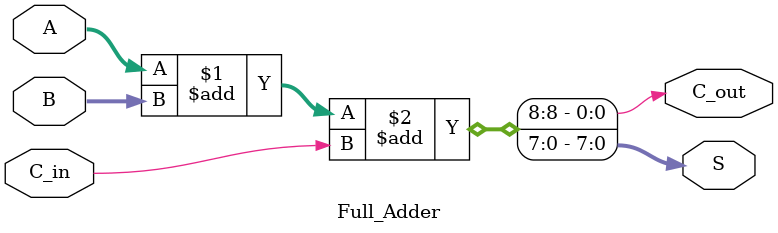
<source format=v>
module Full_Adder (A, B, S, C_in, C_out);
	parameter n = 8;
	
	input [n-1:0] A, B;
	input C_in;
	output [n-1:0] S;
	output C_out;
	
	assign {C_out, S} = A + B + C_in;

endmodule
</source>
